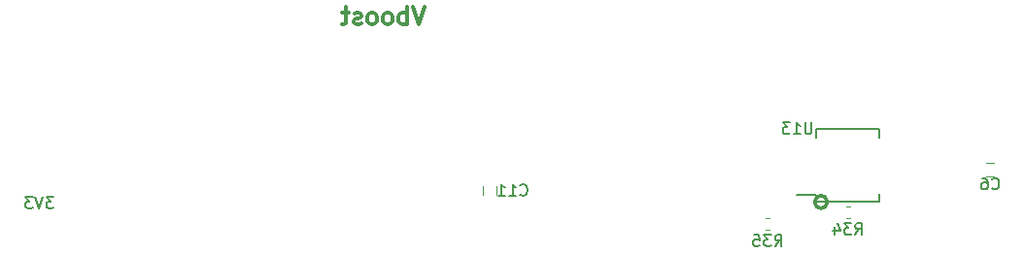
<source format=gbr>
G04 #@! TF.GenerationSoftware,KiCad,Pcbnew,(5.0.1)*
G04 #@! TF.CreationDate,2019-01-31T09:46:25+09:00*
G04 #@! TF.ProjectId,driver,6472697665722E6B696361645F706362,rev?*
G04 #@! TF.SameCoordinates,Original*
G04 #@! TF.FileFunction,Legend,Bot*
G04 #@! TF.FilePolarity,Positive*
%FSLAX46Y46*%
G04 Gerber Fmt 4.6, Leading zero omitted, Abs format (unit mm)*
G04 Created by KiCad (PCBNEW (5.0.1)) date Thu Jan 31 09:46:25 2019*
%MOMM*%
%LPD*%
G01*
G04 APERTURE LIST*
%ADD10C,0.300000*%
%ADD11C,0.200000*%
%ADD12C,0.120000*%
%ADD13C,0.150000*%
G04 APERTURE END LIST*
D10*
X111871428Y-60778571D02*
X111371428Y-62278571D01*
X110871428Y-60778571D01*
X110371428Y-62278571D02*
X110371428Y-60778571D01*
X110371428Y-61350000D02*
X110228571Y-61278571D01*
X109942857Y-61278571D01*
X109800000Y-61350000D01*
X109728571Y-61421428D01*
X109657142Y-61564285D01*
X109657142Y-61992857D01*
X109728571Y-62135714D01*
X109800000Y-62207142D01*
X109942857Y-62278571D01*
X110228571Y-62278571D01*
X110371428Y-62207142D01*
X108800000Y-62278571D02*
X108942857Y-62207142D01*
X109014285Y-62135714D01*
X109085714Y-61992857D01*
X109085714Y-61564285D01*
X109014285Y-61421428D01*
X108942857Y-61350000D01*
X108800000Y-61278571D01*
X108585714Y-61278571D01*
X108442857Y-61350000D01*
X108371428Y-61421428D01*
X108300000Y-61564285D01*
X108300000Y-61992857D01*
X108371428Y-62135714D01*
X108442857Y-62207142D01*
X108585714Y-62278571D01*
X108800000Y-62278571D01*
X107442857Y-62278571D02*
X107585714Y-62207142D01*
X107657142Y-62135714D01*
X107728571Y-61992857D01*
X107728571Y-61564285D01*
X107657142Y-61421428D01*
X107585714Y-61350000D01*
X107442857Y-61278571D01*
X107228571Y-61278571D01*
X107085714Y-61350000D01*
X107014285Y-61421428D01*
X106942857Y-61564285D01*
X106942857Y-61992857D01*
X107014285Y-62135714D01*
X107085714Y-62207142D01*
X107228571Y-62278571D01*
X107442857Y-62278571D01*
X106371428Y-62207142D02*
X106228571Y-62278571D01*
X105942857Y-62278571D01*
X105800000Y-62207142D01*
X105728571Y-62064285D01*
X105728571Y-61992857D01*
X105800000Y-61850000D01*
X105942857Y-61778571D01*
X106157142Y-61778571D01*
X106300000Y-61707142D01*
X106371428Y-61564285D01*
X106371428Y-61492857D01*
X106300000Y-61350000D01*
X106157142Y-61278571D01*
X105942857Y-61278571D01*
X105800000Y-61350000D01*
X105300000Y-61278571D02*
X104728571Y-61278571D01*
X105085714Y-60778571D02*
X105085714Y-62064285D01*
X105014285Y-62207142D01*
X104871428Y-62278571D01*
X104728571Y-62278571D01*
D11*
X79563095Y-77352380D02*
X78944047Y-77352380D01*
X79277380Y-77733333D01*
X79134523Y-77733333D01*
X79039285Y-77780952D01*
X78991666Y-77828571D01*
X78944047Y-77923809D01*
X78944047Y-78161904D01*
X78991666Y-78257142D01*
X79039285Y-78304761D01*
X79134523Y-78352380D01*
X79420238Y-78352380D01*
X79515476Y-78304761D01*
X79563095Y-78257142D01*
X78658333Y-77352380D02*
X78325000Y-78352380D01*
X77991666Y-77352380D01*
X77753571Y-77352380D02*
X77134523Y-77352380D01*
X77467857Y-77733333D01*
X77325000Y-77733333D01*
X77229761Y-77780952D01*
X77182142Y-77828571D01*
X77134523Y-77923809D01*
X77134523Y-78161904D01*
X77182142Y-78257142D01*
X77229761Y-78304761D01*
X77325000Y-78352380D01*
X77610714Y-78352380D01*
X77705952Y-78304761D01*
X77753571Y-78257142D01*
D10*
X147000000Y-77800000D02*
G75*
G03X147000000Y-77800000I-550000J0D01*
G01*
D12*
G04 #@! TO.C,C11*
X117000000Y-76450000D02*
X117000000Y-77150000D01*
X118200000Y-77150000D02*
X118200000Y-76450000D01*
G04 #@! TO.C,R34*
X148628733Y-79210000D02*
X148971267Y-79210000D01*
X148628733Y-78190000D02*
X148971267Y-78190000D01*
G04 #@! TO.C,R35*
X141995648Y-80195249D02*
X141653114Y-80195249D01*
X141995648Y-79175249D02*
X141653114Y-79175249D01*
G04 #@! TO.C,C6*
X160850000Y-75600000D02*
X161550000Y-75600000D01*
X161550000Y-74400000D02*
X160850000Y-74400000D01*
D13*
G04 #@! TO.C,U13*
X146050000Y-77805000D02*
X146050000Y-77150000D01*
X151550000Y-77805000D02*
X151550000Y-77055000D01*
X151550000Y-71395000D02*
X151550000Y-72145000D01*
X146050000Y-71395000D02*
X146050000Y-72145000D01*
X146050000Y-77805000D02*
X151550000Y-77805000D01*
X146050000Y-71395000D02*
X151550000Y-71395000D01*
X146050000Y-77150000D02*
X144300000Y-77150000D01*
G04 #@! TO.C,C11*
X120242857Y-77157142D02*
X120290476Y-77204761D01*
X120433333Y-77252380D01*
X120528571Y-77252380D01*
X120671428Y-77204761D01*
X120766666Y-77109523D01*
X120814285Y-77014285D01*
X120861904Y-76823809D01*
X120861904Y-76680952D01*
X120814285Y-76490476D01*
X120766666Y-76395238D01*
X120671428Y-76300000D01*
X120528571Y-76252380D01*
X120433333Y-76252380D01*
X120290476Y-76300000D01*
X120242857Y-76347619D01*
X119290476Y-77252380D02*
X119861904Y-77252380D01*
X119576190Y-77252380D02*
X119576190Y-76252380D01*
X119671428Y-76395238D01*
X119766666Y-76490476D01*
X119861904Y-76538095D01*
X118338095Y-77252380D02*
X118909523Y-77252380D01*
X118623809Y-77252380D02*
X118623809Y-76252380D01*
X118719047Y-76395238D01*
X118814285Y-76490476D01*
X118909523Y-76538095D01*
G04 #@! TO.C,R34*
X149442857Y-80652380D02*
X149776190Y-80176190D01*
X150014285Y-80652380D02*
X150014285Y-79652380D01*
X149633333Y-79652380D01*
X149538095Y-79700000D01*
X149490476Y-79747619D01*
X149442857Y-79842857D01*
X149442857Y-79985714D01*
X149490476Y-80080952D01*
X149538095Y-80128571D01*
X149633333Y-80176190D01*
X150014285Y-80176190D01*
X149109523Y-79652380D02*
X148490476Y-79652380D01*
X148823809Y-80033333D01*
X148680952Y-80033333D01*
X148585714Y-80080952D01*
X148538095Y-80128571D01*
X148490476Y-80223809D01*
X148490476Y-80461904D01*
X148538095Y-80557142D01*
X148585714Y-80604761D01*
X148680952Y-80652380D01*
X148966666Y-80652380D01*
X149061904Y-80604761D01*
X149109523Y-80557142D01*
X147633333Y-79985714D02*
X147633333Y-80652380D01*
X147871428Y-79604761D02*
X148109523Y-80319047D01*
X147490476Y-80319047D01*
G04 #@! TO.C,R35*
X142442857Y-81652380D02*
X142776190Y-81176190D01*
X143014285Y-81652380D02*
X143014285Y-80652380D01*
X142633333Y-80652380D01*
X142538095Y-80700000D01*
X142490476Y-80747619D01*
X142442857Y-80842857D01*
X142442857Y-80985714D01*
X142490476Y-81080952D01*
X142538095Y-81128571D01*
X142633333Y-81176190D01*
X143014285Y-81176190D01*
X142109523Y-80652380D02*
X141490476Y-80652380D01*
X141823809Y-81033333D01*
X141680952Y-81033333D01*
X141585714Y-81080952D01*
X141538095Y-81128571D01*
X141490476Y-81223809D01*
X141490476Y-81461904D01*
X141538095Y-81557142D01*
X141585714Y-81604761D01*
X141680952Y-81652380D01*
X141966666Y-81652380D01*
X142061904Y-81604761D01*
X142109523Y-81557142D01*
X140585714Y-80652380D02*
X141061904Y-80652380D01*
X141109523Y-81128571D01*
X141061904Y-81080952D01*
X140966666Y-81033333D01*
X140728571Y-81033333D01*
X140633333Y-81080952D01*
X140585714Y-81128571D01*
X140538095Y-81223809D01*
X140538095Y-81461904D01*
X140585714Y-81557142D01*
X140633333Y-81604761D01*
X140728571Y-81652380D01*
X140966666Y-81652380D01*
X141061904Y-81604761D01*
X141109523Y-81557142D01*
G04 #@! TO.C,C6*
X161366666Y-76607142D02*
X161414285Y-76654761D01*
X161557142Y-76702380D01*
X161652380Y-76702380D01*
X161795238Y-76654761D01*
X161890476Y-76559523D01*
X161938095Y-76464285D01*
X161985714Y-76273809D01*
X161985714Y-76130952D01*
X161938095Y-75940476D01*
X161890476Y-75845238D01*
X161795238Y-75750000D01*
X161652380Y-75702380D01*
X161557142Y-75702380D01*
X161414285Y-75750000D01*
X161366666Y-75797619D01*
X160509523Y-75702380D02*
X160700000Y-75702380D01*
X160795238Y-75750000D01*
X160842857Y-75797619D01*
X160938095Y-75940476D01*
X160985714Y-76130952D01*
X160985714Y-76511904D01*
X160938095Y-76607142D01*
X160890476Y-76654761D01*
X160795238Y-76702380D01*
X160604761Y-76702380D01*
X160509523Y-76654761D01*
X160461904Y-76607142D01*
X160414285Y-76511904D01*
X160414285Y-76273809D01*
X160461904Y-76178571D01*
X160509523Y-76130952D01*
X160604761Y-76083333D01*
X160795238Y-76083333D01*
X160890476Y-76130952D01*
X160938095Y-76178571D01*
X160985714Y-76273809D01*
G04 #@! TO.C,U13*
X145638095Y-70852380D02*
X145638095Y-71661904D01*
X145590476Y-71757142D01*
X145542857Y-71804761D01*
X145447619Y-71852380D01*
X145257142Y-71852380D01*
X145161904Y-71804761D01*
X145114285Y-71757142D01*
X145066666Y-71661904D01*
X145066666Y-70852380D01*
X144066666Y-71852380D02*
X144638095Y-71852380D01*
X144352380Y-71852380D02*
X144352380Y-70852380D01*
X144447619Y-70995238D01*
X144542857Y-71090476D01*
X144638095Y-71138095D01*
X143733333Y-70852380D02*
X143114285Y-70852380D01*
X143447619Y-71233333D01*
X143304761Y-71233333D01*
X143209523Y-71280952D01*
X143161904Y-71328571D01*
X143114285Y-71423809D01*
X143114285Y-71661904D01*
X143161904Y-71757142D01*
X143209523Y-71804761D01*
X143304761Y-71852380D01*
X143590476Y-71852380D01*
X143685714Y-71804761D01*
X143733333Y-71757142D01*
G04 #@! TD*
M02*

</source>
